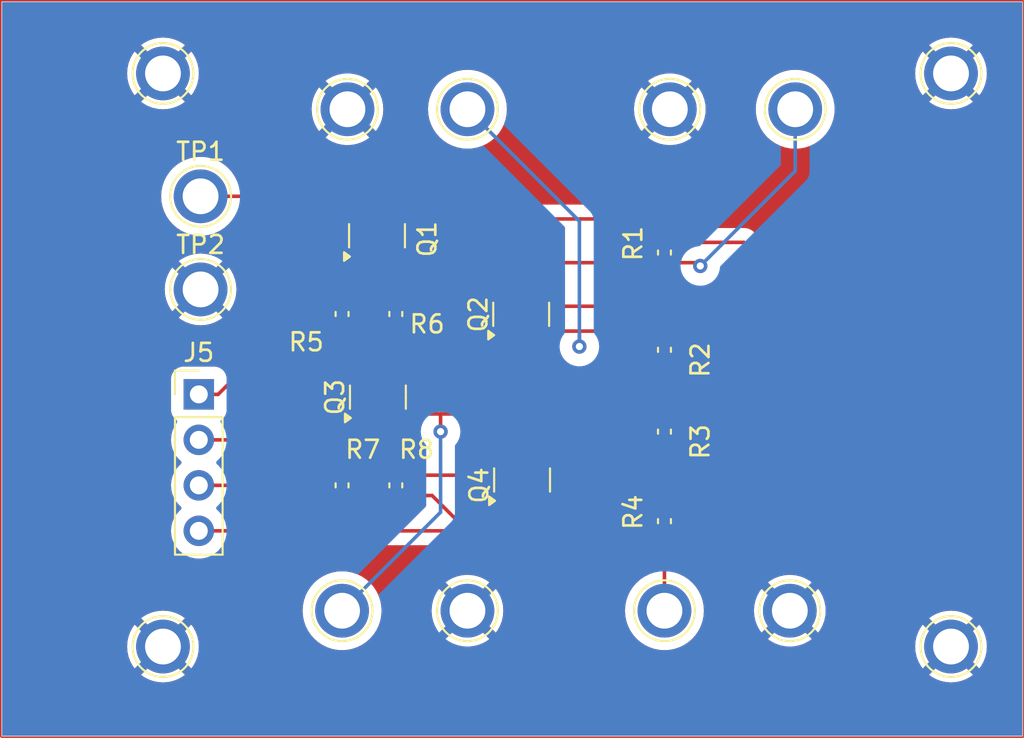
<source format=kicad_pcb>
(kicad_pcb (version 20240108) (generator "pcbnew") (generator_version "8.0")
  (layers (0 "F.Cu" signal) (31 "B.Cu" signal) (34 "B.Paste" user) (35 "F.Paste" user) (36 "B.SilkS" user "B.Silkscreen") (37 "F.SilkS" user "F.Silkscreen") (38 "B.Mask" user) (39 "F.Mask" user) (44 "Edge.Cuts" user))
  (net 0 "")
  (net 1 "Net-(J5-Pin_3)")
  (net 2 "Net-(J5-Pin_4)")
  (net 3 "Net-(J5-Pin_1)")
  (net 4 "Net-(J5-Pin_2)")
  (net 5 "+12V")
  (net 6 "Net-(Q1-S)")
  (net 7 "Net-(Q2-S)")
  (net 8 "Net-(Q3-S)")
  (net 9 "Net-(Q4-S)")
  (net 10 "GND")
  (footprint "Connector_PinHeader_2.54mm:PinHeader_1x04_P2.54mm_Vertical" (layer "F.Cu") (at 73 75.92)
    (property "Reference" "J5" (at 0 -2.33 0) (layer "F.SilkS"))
    (property "Value" "Conn_01x04_Pin" (hide yes))
    (fp_line (start -1.33 -1.33) (end 0 -1.33) (stroke (width 0.12)) (layer "F.SilkS"))
    (fp_line (start -1.33 0) (end -1.33 -1.33) (stroke (width 0.12)) (layer "F.SilkS"))
    (fp_line (start -1.33 1.27) (end -1.33 8.95) (stroke (width 0.12)) (layer "F.SilkS"))
    (fp_line (start -1.33 1.27) (end 1.33 1.27) (stroke (width 0.12)) (layer "F.SilkS"))
    (fp_line (start -1.33 8.95) (end 1.33 8.95) (stroke (width 0.12)) (layer "F.SilkS"))
    (fp_line (start 1.33 1.27) (end 1.33 8.95) (stroke (width 0.12)) (layer "F.SilkS"))
    (pad "1" thru_hole rect (at 0 0) (size 1.7 1.7) (drill 1) (layers "*.Cu" "*.Mask" "In1.Cu" "In2.Cu" "In3.Cu" "In4.Cu" "In5.Cu" "In6.Cu" "In7.Cu" "In8.Cu" "In9.Cu" "In10.Cu" "In11.Cu" "In12.Cu" "In13.Cu" "In14.Cu" "In15.Cu" "In16.Cu" "In17.Cu" "In18.Cu" "In19.Cu" "In20.Cu" "In21.Cu" "In22.Cu" "In23.Cu" "In24.Cu" "In25.Cu" "In26.Cu" "In27.Cu" "In28.Cu" "In29.Cu" "In30.Cu") (net 3 "Net-(J5-Pin_1)"))
    (pad "2" thru_hole oval (at 0 2.54) (size 1.7 1.7) (drill 1) (layers "*.Cu" "*.Mask" "In1.Cu" "In2.Cu" "In3.Cu" "In4.Cu" "In5.Cu" "In6.Cu" "In7.Cu" "In8.Cu" "In9.Cu" "In10.Cu" "In11.Cu" "In12.Cu" "In13.Cu" "In14.Cu" "In15.Cu" "In16.Cu" "In17.Cu" "In18.Cu" "In19.Cu" "In20.Cu" "In21.Cu" "In22.Cu" "In23.Cu" "In24.Cu" "In25.Cu" "In26.Cu" "In27.Cu" "In28.Cu" "In29.Cu" "In30.Cu") (net 4 "Net-(J5-Pin_2)"))
    (pad "3" thru_hole oval (at 0 5.08) (size 1.7 1.7) (drill 1) (layers "*.Cu" "*.Mask" "In1.Cu" "In2.Cu" "In3.Cu" "In4.Cu" "In5.Cu" "In6.Cu" "In7.Cu" "In8.Cu" "In9.Cu" "In10.Cu" "In11.Cu" "In12.Cu" "In13.Cu" "In14.Cu" "In15.Cu" "In16.Cu" "In17.Cu" "In18.Cu" "In19.Cu" "In20.Cu" "In21.Cu" "In22.Cu" "In23.Cu" "In24.Cu" "In25.Cu" "In26.Cu" "In27.Cu" "In28.Cu" "In29.Cu" "In30.Cu") (net 1 "Net-(J5-Pin_3)"))
    (pad "4" thru_hole oval (at 0 7.62) (size 1.7 1.7) (drill 1) (layers "*.Cu" "*.Mask" "In1.Cu" "In2.Cu" "In3.Cu" "In4.Cu" "In5.Cu" "In6.Cu" "In7.Cu" "In8.Cu" "In9.Cu" "In10.Cu" "In11.Cu" "In12.Cu" "In13.Cu" "In14.Cu" "In15.Cu" "In16.Cu" "In17.Cu" "In18.Cu" "In19.Cu" "In20.Cu" "In21.Cu" "In22.Cu" "In23.Cu" "In24.Cu" "In25.Cu" "In26.Cu" "In27.Cu" "In28.Cu" "In29.Cu" "In30.Cu") (net 2 "Net-(J5-Pin_4)"))
  )
  (footprint "Capacitor_SMD:C_0402_1005Metric_Pad0.74x0.62mm_HandSolder" (layer "F.Cu") (at 99 68 -90)
    (property "Reference" "R1" (at -0.5 1.75 90) (layer "F.SilkS"))
    (property "Value" "R" (hide yes))
    (fp_line (start -0.115835 0.36) (end 0.115835 0.36) (stroke (width 0.12)) (layer "F.SilkS"))
    (fp_line (start -0.115835 -0.36) (end 0.115835 -0.36) (stroke (width 0.12)) (layer "F.SilkS"))
    (pad "1" smd roundrect (at -0.5675 0 270) (size 0.735 0.62) (layers "F.Cu" "F.Paste" "F.Mask") (net 5 "+12V"))
    (pad "2" smd roundrect (at 0.5675 0 270) (size 0.735 0.62) (layers "F.Cu" "F.Paste" "F.Mask") (net 6 "Net-(Q1-S)"))
  )
  (footprint "TestPoint:TestPoint_Plated_Hole_D2.0mm" (layer "F.Cu") (at 106 88)
    (property "Reference" "TP10" (hide yes))
    (property "Value" "PSCD-L")
    (fp_circle (center 0 0) (end 0 -1.7) (stroke (width 0.12)) (fill none) (layer "F.SilkS"))
    (pad "1" thru_hole circle (at 0 0) (size 3 3) (drill 2) (layers "*.Cu" "*.Mask" "In1.Cu" "In2.Cu" "In3.Cu" "In4.Cu" "In5.Cu" "In6.Cu" "In7.Cu" "In8.Cu" "In9.Cu" "In10.Cu" "In11.Cu" "In12.Cu" "In13.Cu" "In14.Cu" "In15.Cu" "In16.Cu" "In17.Cu" "In18.Cu" "In19.Cu" "In20.Cu" "In21.Cu" "In22.Cu" "In23.Cu" "In24.Cu" "In25.Cu" "In26.Cu" "In27.Cu" "In28.Cu" "In29.Cu" "In30.Cu") (net 10 "GND"))
  )
  (footprint "Capacitor_SMD:C_0402_1005Metric_Pad0.74x0.62mm_HandSolder" (layer "F.Cu") (at 84 81 -90)
    (property "Reference" "R8" (at -2 -1.16 180) (layer "F.SilkS"))
    (property "Value" "R" (hide yes))
    (fp_line (start -0.115835 0.36) (end 0.115835 0.36) (stroke (width 0.12)) (layer "F.SilkS"))
    (fp_line (start -0.115835 -0.36) (end 0.115835 -0.36) (stroke (width 0.12)) (layer "F.SilkS"))
    (pad "1" smd roundrect (at -0.5675 0 270) (size 0.735 0.62) (layers "F.Cu" "F.Paste" "F.Mask") (net 5 "+12V"))
    (pad "2" smd roundrect (at 0.5675 0 270) (size 0.735 0.62) (layers "F.Cu" "F.Paste" "F.Mask") (net 2 "Net-(J5-Pin_4)"))
  )
  (footprint "TestPoint:TestPoint_Plated_Hole_D2.0mm" (layer "F.Cu") (at 88 88)
    (property "Reference" "TP9" (hide yes))
    (property "Value" "PSCC-L")
    (fp_circle (center 0 0) (end 0 -1.7) (stroke (width 0.12)) (fill none) (layer "F.SilkS"))
    (pad "1" thru_hole circle (at 0 0) (size 3 3) (drill 2) (layers "*.Cu" "*.Mask" "In1.Cu" "In2.Cu" "In3.Cu" "In4.Cu" "In5.Cu" "In6.Cu" "In7.Cu" "In8.Cu" "In9.Cu" "In10.Cu" "In11.Cu" "In12.Cu" "In13.Cu" "In14.Cu" "In15.Cu" "In16.Cu" "In17.Cu" "In18.Cu" "In19.Cu" "In20.Cu" "In21.Cu" "In22.Cu" "In23.Cu" "In24.Cu" "In25.Cu" "In26.Cu" "In27.Cu" "In28.Cu" "In29.Cu" "In30.Cu") (net 10 "GND"))
  )
  (footprint "TestPoint:TestPoint_Plated_Hole_D2.0mm" (layer "F.Cu") (at 71 58)
    (property "Reference" "TP2" (hide yes))
    (property "Value" "TestPoint" (hide yes))
    (fp_circle (center 0 0) (end 0 -1.7) (stroke (width 0.12)) (fill none) (layer "F.SilkS"))
    (pad "1" thru_hole circle (at 0 0) (size 3 3) (drill 2) (layers "*.Cu" "*.Mask" "In1.Cu" "In2.Cu" "In3.Cu" "In4.Cu" "In5.Cu" "In6.Cu" "In7.Cu" "In8.Cu" "In9.Cu" "In10.Cu" "In11.Cu" "In12.Cu" "In13.Cu" "In14.Cu" "In15.Cu" "In16.Cu" "In17.Cu" "In18.Cu" "In19.Cu" "In20.Cu" "In21.Cu" "In22.Cu" "In23.Cu" "In24.Cu" "In25.Cu" "In26.Cu" "In27.Cu" "In28.Cu" "In29.Cu" "In30.Cu") (net 10 "GND"))
  )
  (footprint "TestPoint:TestPoint_Plated_Hole_D2.0mm" (layer "F.Cu") (at 73.1 70.06)
    (property "Reference" "TP2" (at 0 -2.498 0) (layer "F.SilkS"))
    (property "Value" "TestPoint" (hide yes))
    (fp_circle (center 0 0) (end 0 -1.7) (stroke (width 0.12)) (fill none) (layer "F.SilkS"))
    (pad "1" thru_hole circle (at 0 0) (size 3 3) (drill 2) (layers "*.Cu" "*.Mask" "In1.Cu" "In2.Cu" "In3.Cu" "In4.Cu" "In5.Cu" "In6.Cu" "In7.Cu" "In8.Cu" "In9.Cu" "In10.Cu" "In11.Cu" "In12.Cu" "In13.Cu" "In14.Cu" "In15.Cu" "In16.Cu" "In17.Cu" "In18.Cu" "In19.Cu" "In20.Cu" "In21.Cu" "In22.Cu" "In23.Cu" "In24.Cu" "In25.Cu" "In26.Cu" "In27.Cu" "In28.Cu" "In29.Cu" "In30.Cu") (net 10 "GND"))
  )
  (footprint "Capacitor_SMD:C_0402_1005Metric_Pad0.74x0.62mm_HandSolder" (layer "F.Cu") (at 99 73.4325 -90)
    (property "Reference" "R2" (at 0.5675 -2 90) (layer "F.SilkS"))
    (property "Value" "R" (hide yes))
    (fp_line (start -0.115835 0.36) (end 0.115835 0.36) (stroke (width 0.12)) (layer "F.SilkS"))
    (fp_line (start -0.115835 -0.36) (end 0.115835 -0.36) (stroke (width 0.12)) (layer "F.SilkS"))
    (pad "1" smd roundrect (at -0.5675 0 270) (size 0.735 0.62) (layers "F.Cu" "F.Paste" "F.Mask") (net 5 "+12V"))
    (pad "2" smd roundrect (at 0.5675 0 270) (size 0.735 0.62) (layers "F.Cu" "F.Paste" "F.Mask") (net 7 "Net-(Q2-S)"))
  )
  (footprint "TestPoint:TestPoint_Plated_Hole_D2.0mm" (layer "F.Cu") (at 71 90)
    (property "Reference" "TP2" (hide yes))
    (property "Value" "TestPoint" (hide yes))
    (fp_circle (center 0 0) (end 0 -1.7) (stroke (width 0.12)) (fill none) (layer "F.SilkS"))
    (pad "1" thru_hole circle (at 0 0) (size 3 3) (drill 2) (layers "*.Cu" "*.Mask" "In1.Cu" "In2.Cu" "In3.Cu" "In4.Cu" "In5.Cu" "In6.Cu" "In7.Cu" "In8.Cu" "In9.Cu" "In10.Cu" "In11.Cu" "In12.Cu" "In13.Cu" "In14.Cu" "In15.Cu" "In16.Cu" "In17.Cu" "In18.Cu" "In19.Cu" "In20.Cu" "In21.Cu" "In22.Cu" "In23.Cu" "In24.Cu" "In25.Cu" "In26.Cu" "In27.Cu" "In28.Cu" "In29.Cu" "In30.Cu") (net 10 "GND"))
  )
  (footprint "Capacitor_SMD:C_0402_1005Metric_Pad0.74x0.62mm_HandSolder" (layer "F.Cu") (at 99 78 -90)
    (property "Reference" "R3" (at 0.5675 -2 90) (layer "F.SilkS"))
    (property "Value" "R" (hide yes))
    (fp_line (start -0.115835 0.36) (end 0.115835 0.36) (stroke (width 0.12)) (layer "F.SilkS"))
    (fp_line (start -0.115835 -0.36) (end 0.115835 -0.36) (stroke (width 0.12)) (layer "F.SilkS"))
    (pad "1" smd roundrect (at -0.5675 0 270) (size 0.735 0.62) (layers "F.Cu" "F.Paste" "F.Mask") (net 5 "+12V"))
    (pad "2" smd roundrect (at 0.5675 0 270) (size 0.735 0.62) (layers "F.Cu" "F.Paste" "F.Mask") (net 8 "Net-(Q3-S)"))
  )
  (footprint "TestPoint:TestPoint_Plated_Hole_D2.0mm" (layer "F.Cu") (at 81.3 60 180)
    (property "Reference" "TP8" (hide yes))
    (property "Value" "PSCB-L")
    (fp_circle (center 0 0) (end 0 -1.7) (stroke (width 0.12)) (fill none) (layer "F.SilkS"))
    (pad "1" thru_hole circle (at 0 0 180) (size 3 3) (drill 2) (layers "*.Cu" "*.Mask" "In1.Cu" "In2.Cu" "In3.Cu" "In4.Cu" "In5.Cu" "In6.Cu" "In7.Cu" "In8.Cu" "In9.Cu" "In10.Cu" "In11.Cu" "In12.Cu" "In13.Cu" "In14.Cu" "In15.Cu" "In16.Cu" "In17.Cu" "In18.Cu" "In19.Cu" "In20.Cu" "In21.Cu" "In22.Cu" "In23.Cu" "In24.Cu" "In25.Cu" "In26.Cu" "In27.Cu" "In28.Cu" "In29.Cu" "In30.Cu") (net 10 "GND"))
  )
  (footprint "TestPoint:TestPoint_Plated_Hole_D2.0mm" (layer "F.Cu") (at 88 60 180)
    (property "Reference" "TP4" (hide yes))
    (property "Value" "PSCB-H")
    (fp_circle (center 0 0) (end 0 -1.7) (stroke (width 0.12)) (fill none) (layer "F.SilkS"))
    (pad "1" thru_hole circle (at 0 0 180) (size 3 3) (drill 2) (layers "*.Cu" "*.Mask" "In1.Cu" "In2.Cu" "In3.Cu" "In4.Cu" "In5.Cu" "In6.Cu" "In7.Cu" "In8.Cu" "In9.Cu" "In10.Cu" "In11.Cu" "In12.Cu" "In13.Cu" "In14.Cu" "In15.Cu" "In16.Cu" "In17.Cu" "In18.Cu" "In19.Cu" "In20.Cu" "In21.Cu" "In22.Cu" "In23.Cu" "In24.Cu" "In25.Cu" "In26.Cu" "In27.Cu" "In28.Cu" "In29.Cu" "In30.Cu") (net 7 "Net-(Q2-S)"))
  )
  (footprint "Capacitor_SMD:C_0402_1005Metric_Pad0.74x0.62mm_HandSolder" (layer "F.Cu") (at 99 83 -90)
    (property "Reference" "R4" (at -0.5 1.75 90) (layer "F.SilkS"))
    (property "Value" "R" (hide yes))
    (fp_line (start -0.115835 0.36) (end 0.115835 0.36) (stroke (width 0.12)) (layer "F.SilkS"))
    (fp_line (start -0.115835 -0.36) (end 0.115835 -0.36) (stroke (width 0.12)) (layer "F.SilkS"))
    (pad "1" smd roundrect (at -0.5675 0 270) (size 0.735 0.62) (layers "F.Cu" "F.Paste" "F.Mask") (net 5 "+12V"))
    (pad "2" smd roundrect (at 0.5675 0 270) (size 0.735 0.62) (layers "F.Cu" "F.Paste" "F.Mask") (net 9 "Net-(Q4-S)"))
  )
  (footprint "TestPoint:TestPoint_Plated_Hole_D2.0mm" (layer "F.Cu") (at 99.3 60 180)
    (property "Reference" "TP7" (hide yes))
    (property "Value" "PSCA-L")
    (fp_circle (center 0 0) (end 0 -1.7) (stroke (width 0.12)) (fill none) (layer "F.SilkS"))
    (pad "1" thru_hole circle (at 0 0 180) (size 3 3) (drill 2) (layers "*.Cu" "*.Mask" "In1.Cu" "In2.Cu" "In3.Cu" "In4.Cu" "In5.Cu" "In6.Cu" "In7.Cu" "In8.Cu" "In9.Cu" "In10.Cu" "In11.Cu" "In12.Cu" "In13.Cu" "In14.Cu" "In15.Cu" "In16.Cu" "In17.Cu" "In18.Cu" "In19.Cu" "In20.Cu" "In21.Cu" "In22.Cu" "In23.Cu" "In24.Cu" "In25.Cu" "In26.Cu" "In27.Cu" "In28.Cu" "In29.Cu" "In30.Cu") (net 10 "GND"))
  )
  (footprint "TestPoint:TestPoint_Plated_Hole_D2.0mm" (layer "F.Cu") (at 115 58)
    (property "Reference" "TP2" (hide yes))
    (property "Value" "TestPoint" (hide yes))
    (fp_circle (center 0 0) (end 0 -1.7) (stroke (width 0.12)) (fill none) (layer "F.SilkS"))
    (pad "1" thru_hole circle (at 0 0) (size 3 3) (drill 2) (layers "*.Cu" "*.Mask" "In1.Cu" "In2.Cu" "In3.Cu" "In4.Cu" "In5.Cu" "In6.Cu" "In7.Cu" "In8.Cu" "In9.Cu" "In10.Cu" "In11.Cu" "In12.Cu" "In13.Cu" "In14.Cu" "In15.Cu" "In16.Cu" "In17.Cu" "In18.Cu" "In19.Cu" "In20.Cu" "In21.Cu" "In22.Cu" "In23.Cu" "In24.Cu" "In25.Cu" "In26.Cu" "In27.Cu" "In28.Cu" "In29.Cu" "In30.Cu") (net 10 "GND"))
  )
  (footprint "TestPoint:TestPoint_Plated_Hole_D2.0mm" (layer "F.Cu") (at 99 88)
    (property "Reference" "TP6" (hide yes))
    (property "Value" "PSCD-H")
    (fp_circle (center 0 0) (end 0 -1.7) (stroke (width 0.12)) (fill none) (layer "F.SilkS"))
    (pad "1" thru_hole circle (at 0 0) (size 3 3) (drill 2) (layers "*.Cu" "*.Mask" "In1.Cu" "In2.Cu" "In3.Cu" "In4.Cu" "In5.Cu" "In6.Cu" "In7.Cu" "In8.Cu" "In9.Cu" "In10.Cu" "In11.Cu" "In12.Cu" "In13.Cu" "In14.Cu" "In15.Cu" "In16.Cu" "In17.Cu" "In18.Cu" "In19.Cu" "In20.Cu" "In21.Cu" "In22.Cu" "In23.Cu" "In24.Cu" "In25.Cu" "In26.Cu" "In27.Cu" "In28.Cu" "In29.Cu" "In30.Cu") (net 9 "Net-(Q4-S)"))
  )
  (footprint "TestPoint:TestPoint_Plated_Hole_D2.0mm" (layer "F.Cu") (at 106.3 60 180)
    (property "Reference" "TP3" (hide yes))
    (property "Value" "PSCA-H")
    (fp_circle (center 0 0) (end 0 -1.7) (stroke (width 0.12)) (fill none) (layer "F.SilkS"))
    (pad "1" thru_hole circle (at 0 0 180) (size 3 3) (drill 2) (layers "*.Cu" "*.Mask" "In1.Cu" "In2.Cu" "In3.Cu" "In4.Cu" "In5.Cu" "In6.Cu" "In7.Cu" "In8.Cu" "In9.Cu" "In10.Cu" "In11.Cu" "In12.Cu" "In13.Cu" "In14.Cu" "In15.Cu" "In16.Cu" "In17.Cu" "In18.Cu" "In19.Cu" "In20.Cu" "In21.Cu" "In22.Cu" "In23.Cu" "In24.Cu" "In25.Cu" "In26.Cu" "In27.Cu" "In28.Cu" "In29.Cu" "In30.Cu") (net 6 "Net-(Q1-S)"))
  )
  (footprint "Package_TO_SOT_SMD:SOT-23" (layer "F.Cu") (at 83 76.075 90)
    (property "Reference" "Q3" (at 0 -2.4 90) (layer "F.SilkS"))
    (property "Value" "IRLML5203" (hide yes))
    (fp_line (start 0 -1.56) (end 0.65 -1.56) (stroke (width 0.12)) (layer "F.SilkS"))
    (fp_line (start 0 -1.56) (end -0.65 -1.56) (stroke (width 0.12)) (layer "F.SilkS"))
    (fp_line (start 0 1.56) (end 0.65 1.56) (stroke (width 0.12)) (layer "F.SilkS"))
    (fp_line (start 0 1.56) (end -0.65 1.56) (stroke (width 0.12)) (layer "F.SilkS"))
    (fp_poly (pts (xy -1.1625 -1.51) (xy -1.4025 -1.84) (xy -0.9225 -1.84) (xy -1.1625 -1.51)) (stroke (width 0.12)) (fill solid) (layer "F.SilkS"))
    (pad "1" smd roundrect (at -0.9375 -0.95 90) (size 1.475 0.6) (layers "F.Cu" "F.Paste" "F.Mask") (net 1 "Net-(J5-Pin_3)"))
    (pad "2" smd roundrect (at -0.9375 0.95 90) (size 1.475 0.6) (layers "F.Cu" "F.Paste" "F.Mask") (net 8 "Net-(Q3-S)"))
    (pad "3" smd roundrect (at 0.9375 0 90) (size 1.475 0.6) (layers "F.Cu" "F.Paste" "F.Mask") (net 5 "+12V"))
  )
  (footprint "Package_TO_SOT_SMD:SOT-23" (layer "F.Cu") (at 91 71.45 90)
    (property "Reference" "Q2" (at 0 -2.4 90) (layer "F.SilkS"))
    (property "Value" "IRLML5203" (hide yes))
    (fp_line (start 0 -1.56) (end 0.65 -1.56) (stroke (width 0.12)) (layer "F.SilkS"))
    (fp_line (start 0 -1.56) (end -0.65 -1.56) (stroke (width 0.12)) (layer "F.SilkS"))
    (fp_line (start 0 1.56) (end 0.65 1.56) (stroke (width 0.12)) (layer "F.SilkS"))
    (fp_line (start 0 1.56) (end -0.65 1.56) (stroke (width 0.12)) (layer "F.SilkS"))
    (fp_poly (pts (xy -1.1625 -1.51) (xy -1.4025 -1.84) (xy -0.9225 -1.84) (xy -1.1625 -1.51)) (stroke (width 0.12)) (fill solid) (layer "F.SilkS"))
    (pad "1" smd roundrect (at -0.9375 -0.95 90) (size 1.475 0.6) (layers "F.Cu" "F.Paste" "F.Mask") (net 4 "Net-(J5-Pin_2)"))
    (pad "2" smd roundrect (at -0.9375 0.95 90) (size 1.475 0.6) (layers "F.Cu" "F.Paste" "F.Mask") (net 7 "Net-(Q2-S)"))
    (pad "3" smd roundrect (at 0.9375 0 90) (size 1.475 0.6) (layers "F.Cu" "F.Paste" "F.Mask") (net 5 "+12V"))
  )
  (footprint "Capacitor_SMD:C_0402_1005Metric_Pad0.74x0.62mm_HandSolder" (layer "F.Cu") (at 81 71.4325 -90)
    (property "Reference" "R5" (at 1.5675 2 180) (layer "F.SilkS"))
    (property "Value" "R" (hide yes))
    (fp_line (start -0.115835 0.36) (end 0.115835 0.36) (stroke (width 0.12)) (layer "F.SilkS"))
    (fp_line (start -0.115835 -0.36) (end 0.115835 -0.36) (stroke (width 0.12)) (layer "F.SilkS"))
    (pad "1" smd roundrect (at -0.5675 0 270) (size 0.735 0.62) (layers "F.Cu" "F.Paste" "F.Mask") (net 5 "+12V"))
    (pad "2" smd roundrect (at 0.5675 0 270) (size 0.735 0.62) (layers "F.Cu" "F.Paste" "F.Mask") (net 3 "Net-(J5-Pin_1)"))
  )
  (footprint "TestPoint:TestPoint_Plated_Hole_D2.0mm" (layer "F.Cu") (at 73.1 64.86)
    (property "Reference" "TP1" (at 0 -2.498 0) (layer "F.SilkS"))
    (property "Value" "TestPoint" (hide yes))
    (fp_circle (center 0 0) (end 0 -1.7) (stroke (width 0.12)) (fill none) (layer "F.SilkS"))
    (pad "1" thru_hole circle (at 0 0) (size 3 3) (drill 2) (layers "*.Cu" "*.Mask" "In1.Cu" "In2.Cu" "In3.Cu" "In4.Cu" "In5.Cu" "In6.Cu" "In7.Cu" "In8.Cu" "In9.Cu" "In10.Cu" "In11.Cu" "In12.Cu" "In13.Cu" "In14.Cu" "In15.Cu" "In16.Cu" "In17.Cu" "In18.Cu" "In19.Cu" "In20.Cu" "In21.Cu" "In22.Cu" "In23.Cu" "In24.Cu" "In25.Cu" "In26.Cu" "In27.Cu" "In28.Cu" "In29.Cu" "In30.Cu") (net 5 "+12V"))
  )
  (footprint "Package_TO_SOT_SMD:SOT-23" (layer "F.Cu") (at 91.05 80.7 90)
    (property "Reference" "Q4" (at -0.3 -2.4 90) (layer "F.SilkS"))
    (property "Value" "IRLML5203" (hide yes))
    (fp_line (start 0 -1.56) (end 0.65 -1.56) (stroke (width 0.12)) (layer "F.SilkS"))
    (fp_line (start 0 -1.56) (end -0.65 -1.56) (stroke (width 0.12)) (layer "F.SilkS"))
    (fp_line (start 0 1.56) (end 0.65 1.56) (stroke (width 0.12)) (layer "F.SilkS"))
    (fp_line (start 0 1.56) (end -0.65 1.56) (stroke (width 0.12)) (layer "F.SilkS"))
    (fp_poly (pts (xy -1.1625 -1.51) (xy -1.4025 -1.84) (xy -0.9225 -1.84) (xy -1.1625 -1.51)) (stroke (width 0.12)) (fill solid) (layer "F.SilkS"))
    (pad "1" smd roundrect (at -0.9375 -0.95 90) (size 1.475 0.6) (layers "F.Cu" "F.Paste" "F.Mask") (net 2 "Net-(J5-Pin_4)"))
    (pad "2" smd roundrect (at -0.9375 0.95 90) (size 1.475 0.6) (layers "F.Cu" "F.Paste" "F.Mask") (net 9 "Net-(Q4-S)"))
    (pad "3" smd roundrect (at 0.9375 0 90) (size 1.475 0.6) (layers "F.Cu" "F.Paste" "F.Mask") (net 5 "+12V"))
  )
  (footprint "Package_TO_SOT_SMD:SOT-23" (layer "F.Cu") (at 82.95 67.0625 90)
    (property "Reference" "Q1" (at -0.1875 2.8 90) (layer "F.SilkS"))
    (property "Value" "IRLML5203" (hide yes))
    (fp_line (start 0 -1.56) (end 0.65 -1.56) (stroke (width 0.12)) (layer "F.SilkS"))
    (fp_line (start 0 -1.56) (end -0.65 -1.56) (stroke (width 0.12)) (layer "F.SilkS"))
    (fp_line (start 0 1.56) (end 0.65 1.56) (stroke (width 0.12)) (layer "F.SilkS"))
    (fp_line (start 0 1.56) (end -0.65 1.56) (stroke (width 0.12)) (layer "F.SilkS"))
    (fp_poly (pts (xy -1.1625 -1.51) (xy -1.4025 -1.84) (xy -0.9225 -1.84) (xy -1.1625 -1.51)) (stroke (width 0.12)) (fill solid) (layer "F.SilkS"))
    (pad "1" smd roundrect (at -0.9375 -0.95 90) (size 1.475 0.6) (layers "F.Cu" "F.Paste" "F.Mask") (net 3 "Net-(J5-Pin_1)"))
    (pad "2" smd roundrect (at -0.9375 0.95 90) (size 1.475 0.6) (layers "F.Cu" "F.Paste" "F.Mask") (net 6 "Net-(Q1-S)"))
    (pad "3" smd roundrect (at 0.9375 0 90) (size 1.475 0.6) (layers "F.Cu" "F.Paste" "F.Mask") (net 5 "+12V"))
  )
  (footprint "Capacitor_SMD:C_0402_1005Metric_Pad0.74x0.62mm_HandSolder" (layer "F.Cu") (at 81 81 -90)
    (property "Reference" "R7" (at -2 -1.16 180) (layer "F.SilkS"))
    (property "Value" "R" (hide yes))
    (fp_line (start -0.115835 0.36) (end 0.115835 0.36) (stroke (width 0.12)) (layer "F.SilkS"))
    (fp_line (start -0.115835 -0.36) (end 0.115835 -0.36) (stroke (width 0.12)) (layer "F.SilkS"))
    (pad "1" smd roundrect (at -0.5675 0 270) (size 0.735 0.62) (layers "F.Cu" "F.Paste" "F.Mask") (net 5 "+12V"))
    (pad "2" smd roundrect (at 0.5675 0 270) (size 0.735 0.62) (layers "F.Cu" "F.Paste" "F.Mask") (net 1 "Net-(J5-Pin_3)"))
  )
  (footprint "Capacitor_SMD:C_0402_1005Metric_Pad0.74x0.62mm_HandSolder" (layer "F.Cu") (at 84 71.4325 -90)
    (property "Reference" "R6" (at 0.5675 -1.75 180) (layer "F.SilkS"))
    (property "Value" "R" (hide yes))
    (fp_line (start -0.115835 0.36) (end 0.115835 0.36) (stroke (width 0.12)) (layer "F.SilkS"))
    (fp_line (start -0.115835 -0.36) (end 0.115835 -0.36) (stroke (width 0.12)) (layer "F.SilkS"))
    (pad "1" smd roundrect (at -0.5675 0 270) (size 0.735 0.62) (layers "F.Cu" "F.Paste" "F.Mask") (net 5 "+12V"))
    (pad "2" smd roundrect (at 0.5675 0 270) (size 0.735 0.62) (layers "F.Cu" "F.Paste" "F.Mask") (net 4 "Net-(J5-Pin_2)"))
  )
  (footprint "TestPoint:TestPoint_Plated_Hole_D2.0mm" (layer "F.Cu") (at 115 90)
    (property "Reference" "TP2" (hide yes))
    (property "Value" "TestPoint" (hide yes))
    (fp_circle (center 0 0) (end 0 -1.7) (stroke (width 0.12)) (fill none) (layer "F.SilkS"))
    (pad "" thru_hole circle (at 0 0) (size 3 3) (drill 2) (layers "*.Cu" "*.Mask" "In1.Cu" "In2.Cu" "In3.Cu" "In4.Cu" "In5.Cu" "In6.Cu" "In7.Cu" "In8.Cu" "In9.Cu" "In10.Cu" "In11.Cu" "In12.Cu" "In13.Cu" "In14.Cu" "In15.Cu" "In16.Cu" "In17.Cu" "In18.Cu" "In19.Cu" "In20.Cu" "In21.Cu" "In22.Cu" "In23.Cu" "In24.Cu" "In25.Cu" "In26.Cu" "In27.Cu" "In28.Cu" "In29.Cu" "In30.Cu") (net 10 "GND"))
  )
  (footprint "TestPoint:TestPoint_Plated_Hole_D2.0mm" (layer "F.Cu") (at 81 88)
    (property "Reference" "TP5" (hide yes))
    (property "Value" "PSCC-H")
    (fp_circle (center 0 0) (end 0 -1.7) (stroke (width 0.12)) (fill none) (layer "F.SilkS"))
    (pad "1" thru_hole circle (at 0 0) (size 3 3) (drill 2) (layers "*.Cu" "*.Mask" "In1.Cu" "In2.Cu" "In3.Cu" "In4.Cu" "In5.Cu" "In6.Cu" "In7.Cu" "In8.Cu" "In9.Cu" "In10.Cu" "In11.Cu" "In12.Cu" "In13.Cu" "In14.Cu" "In15.Cu" "In16.Cu" "In17.Cu" "In18.Cu" "In19.Cu" "In20.Cu" "In21.Cu" "In22.Cu" "In23.Cu" "In24.Cu" "In25.Cu" "In26.Cu" "In27.Cu" "In28.Cu" "In29.Cu" "In30.Cu") (net 8 "Net-(Q3-S)"))
  )
  (gr_rect (start 62 54) (end 119 95) (stroke (width 0.2)) (fill none) (layer "F.Cu"))
  (gr_rect (start 62 54) (end 119 95) (stroke (width 0.05)) (fill none) (layer "Edge.Cuts"))
  (gr_text "GND" (at 64 71 0) (layer "F.Cu") (effects (font (size 1.5 1.5) (thickness 0.3) (bold yes)) (justify left bottom)))
  (gr_text "  NDR580 Test\nPasternack Proxy" (at 114.75 83.25 90) (layer "F.Cu") (effects (font (size 1.5 1.5) (thickness 0.3) (bold yes)) (justify left bottom)))
  (gr_text "A\nB\nC\nD" (at 65 84 0) (layer "F.Cu") (effects (font (size 1.5 1.5) (thickness 0.3) (bold yes)) (justify left bottom)))
  (gr_text "12V" (at 64 66 0) (layer "F.Cu") (effects (font (size 1.5 1.5) (thickness 0.3) (bold yes)) (justify left bottom)))
  (segment (start 78.63 81.5675) (end 78.0625 81) (width 0.2) (layer "F.Cu") (net 1))
  (segment (start 73 81) (end 78.0625 81) (width 0.2) (layer "F.Cu") (net 1))
  (segment (start 78.0625 81) (end 82.05 77.0125) (width 0.2) (layer "F.Cu") (net 1))
  (segment (start 81 81.5675) (end 78.63 81.5675) (width 0.2) (layer "F.Cu") (net 1))
  (segment (start 84 81.5675) (end 86.0275 81.5675) (width 0.2) (layer "F.Cu") (net 2))
  (segment (start 88 83.54) (end 73 83.54) (width 0.2) (layer "F.Cu") (net 2))
  (segment (start 88.1975 83.54) (end 88 83.54) (width 0.2) (layer "F.Cu") (net 2))
  (segment (start 86.0275 81.5675) (end 88 83.54) (width 0.2) (layer "F.Cu") (net 2))
  (segment (start 90.1 81.6375) (end 88.1975 83.54) (width 0.2) (layer "F.Cu") (net 2))
  (segment (start 73 75.92) (end 74.08 75.92) (width 0.2) (layer "F.Cu") (net 3))
  (segment (start 80 72) (end 79 71) (width 0.2) (layer "F.Cu") (net 3))
  (segment (start 74.08 75.92) (end 79 71) (width 0.2) (layer "F.Cu") (net 3))
  (segment (start 81 72) (end 80 72) (width 0.2) (layer "F.Cu") (net 3))
  (segment (start 79 71) (end 82 68) (width 0.2) (layer "F.Cu") (net 3))
  (segment (start 84 73) (end 89.4375 73) (width 0.2) (layer "F.Cu") (net 4))
  (segment (start 84 72) (end 84 73) (width 0.2) (layer "F.Cu") (net 4))
  (segment (start 73 78.46) (end 75.54 78.46) (width 0.2) (layer "F.Cu") (net 4))
  (segment (start 81 73) (end 84 73) (width 0.2) (layer "F.Cu") (net 4))
  (segment (start 89.4375 73) (end 90.05 72.3875) (width 0.2) (layer "F.Cu") (net 4))
  (segment (start 75.54 78.46) (end 81 73) (width 0.2) (layer "F.Cu") (net 4))
  (segment (start 82.95 66.125) (end 97.6925 66.125) (width 0.2) (layer "F.Cu") (net 5))
  (segment (start 84 80.4325) (end 87.5675 80.4325) (width 0.2) (layer "F.Cu") (net 5))
  (segment (start 84 70.865) (end 86.135 70.865) (width 0.2) (layer "F.Cu") (net 5))
  (segment (start 91.05 79.7625) (end 96.33 79.7625) (width 0.2) (layer "F.Cu") (net 5))
  (segment (start 99 72.865) (end 105.865 72.865) (width 0.2) (layer "F.Cu") (net 5))
  (segment (start 91.4875 71) (end 106 71) (width 0.2) (layer "F.Cu") (net 5))
  (segment (start 106 79) (end 102.5675 82.4325) (width 0.2) (layer "F.Cu") (net 5))
  (segment (start 105.8625 75.1375) (end 106 75) (width 0.2) (layer "F.Cu") (net 5))
  (segment (start 86.135 70.865) (end 87 70) (width 0.2) (layer "F.Cu") (net 5))
  (segment (start 73.1 64.86) (end 81.685 64.86) (width 0.2) (layer "F.Cu") (net 5))
  (segment (start 99 77.4325) (end 105.5675 77.4325) (width 0.2) (layer "F.Cu") (net 5))
  (segment (start 83 75.1375) (end 105.8625 75.1375) (width 0.2) (layer "F.Cu") (net 5))
  (segment (start 106 77) (end 106 79) (width 0.2) (layer "F.Cu") (net 5))
  (segment (start 105.865 72.865) (end 106 73) (width 0.2) (layer "F.Cu") (net 5))
  (segment (start 90.4875 70) (end 91 70.5125) (width 0.2) (layer "F.Cu") (net 5))
  (segment (start 81.685 64.86) (end 82.95 66.125) (width 0.2) (layer "F.Cu") (net 5))
  (segment (start 88.2375 79.7625) (end 91.05 79.7625) (width 0.2) (layer "F.Cu") (net 5))
  (segment (start 106 70) (end 106 71) (width 0.2) (layer "F.Cu") (net 5))
  (segment (start 97.6925 66.125) (end 99 67.4325) (width 0.2) (layer "F.Cu") (net 5))
  (segment (start 81 70.865) (end 84 70.865) (width 0.2) (layer "F.Cu") (net 5))
  (segment (start 81 80.4325) (end 84 80.4325) (width 0.2) (layer "F.Cu") (net 5))
  (segment (start 106 71) (end 106 73) (width 0.2) (layer "F.Cu") (net 5))
  (segment (start 103.4325 67.4325) (end 106 70) (width 0.2) (layer "F.Cu") (net 5))
  (segment (start 99 67.4325) (end 103.4325 67.4325) (width 0.2) (layer "F.Cu") (net 5))
  (segment (start 105.5675 77.4325) (end 106 77) (width 0.2) (layer "F.Cu") (net 5))
  (segment (start 91 70.5125) (end 91.4875 71) (width 0.2) (layer "F.Cu") (net 5))
  (segment (start 102.5675 82.4325) (end 99 82.4325) (width 0.2) (layer "F.Cu") (net 5))
  (segment (start 96.33 79.7625) (end 99 82.4325) (width 0.2) (layer "F.Cu") (net 5))
  (segment (start 106 73) (end 106 75) (width 0.2) (layer "F.Cu") (net 5))
  (segment (start 87.5675 80.4325) (end 88.2375 79.7625) (width 0.2) (layer "F.Cu") (net 5))
  (segment (start 106 75) (end 106 77) (width 0.2) (layer "F.Cu") (net 5))
  (segment (start 87 70) (end 90.4875 70) (width 0.2) (layer "F.Cu") (net 5))
  (segment (start 84.4675 68.5675) (end 99 68.5675) (width 0.2) (layer "F.Cu") (net 6))
  (segment (start 83.9 68) (end 84.4675 68.5675) (width 0.2) (layer "F.Cu") (net 6))
  (segment (start 101 68.75) (end 100.8175 68.5675) (width 0.2) (layer "F.Cu") (net 6))
  (segment (start 100.8175 68.5675) (end 99 68.5675) (width 0.2) (layer "F.Cu") (net 6))
  (via (at 101 68.75) (size 0.8) (drill 0.4) (layers "F.Cu" "B.Cu") (net 6))
  (segment (start 106.3 63.45) (end 101 68.75) (width 0.2) (layer "B.Cu") (net 6))
  (segment (start 106.3 60) (end 106.3 63.45) (width 0.2) (layer "B.Cu") (net 6))
  (segment (start 98 74) (end 99 74) (width 0.2) (layer "F.Cu") (net 7))
  (segment (start 94.25 73.25) (end 94.25 72.5) (width 0.2) (layer "F.Cu") (net 7))
  (segment (start 91.95 72.3875) (end 96.3875 72.3875) (width 0.2) (layer "F.Cu") (net 7))
  (segment (start 96.3875 72.3875) (end 98 74) (width 0.2) (layer "F.Cu") (net 7))
  (via (at 94.25 73.25) (size 0.8) (drill 0.4) (layers "F.Cu" "B.Cu") (net 7))
  (segment (start 94.25 66.25) (end 94.25 73.25) (width 0.2) (layer "B.Cu") (net 7))
  (segment (start 88 60) (end 94.25 66.25) (width 0.2) (layer "B.Cu") (net 7))
  (segment (start 86.5 77.0125) (end 83.95 77.0125) (width 0.2) (layer "F.Cu") (net 8))
  (segment (start 86.5 78) (end 86.5 77.0125) (width 0.2) (layer "F.Cu") (net 8))
  (segment (start 98.4325 78.5675) (end 96.8775 77.0125) (width 0.2) (layer "F.Cu") (net 8))
  (segment (start 96.8775 77.0125) (end 86.5 77.0125) (width 0.2) (layer "F.Cu") (net 8))
  (segment (start 99 78.5675) (end 98.4325 78.5675) (width 0.2) (layer "F.Cu") (net 8))
  (via (at 86.5 78) (size 0.8) (drill 0.4) (layers "F.Cu" "B.Cu") (net 8))
  (segment (start 81 88) (end 86.5 82.5) (width 0.2) (layer "B.Cu") (net 8))
  (segment (start 86.5 82.5) (end 86.5 78) (width 0.2) (layer "B.Cu") (net 8))
  (segment (start 92 81.6375) (end 93.93 83.5675) (width 0.2) (layer "F.Cu") (net 9))
  (segment (start 93.93 83.5675) (end 99 83.5675) (width 0.2) (layer "F.Cu") (net 9))
  (segment (start 99 83.5675) (end 99 88) (width 0.2) (layer "F.Cu") (net 9))
  (zone (net 0) (net_name "") (layer "F.Cu") (connect_pads (clearance 0)) (min_thickness 0.25)
    (keepout (tracks allowed) (vias allowed) (pads allowed) (copperpour not_allowed) (footprints allowed))
    (fill (thermal_gap 0.5) (thermal_bridge_width 0.5))
    (polygon (pts (xy 110.5 55.25) (xy 77.5 55.25) (xy 77.5 57.5) (xy 110.5 57.5)))
  )
  (zone (net 0) (net_name "") (layer "F.Cu") (connect_pads (clearance 0)) (min_thickness 0.25)
    (keepout (tracks allowed) (vias allowed) (pads allowed) (copperpour not_allowed) (footprints allowed))
    (fill (thermal_gap 0.5) (thermal_bridge_width 0.5))
    (polygon (pts (xy 70 61) (xy 63 61) (xy 63 86) (xy 70 86)))
  )
  (zone (net 0) (net_name "") (layer "F.Cu") (connect_pads (clearance 0)) (min_thickness 0.25)
    (keepout (tracks allowed) (vias allowed) (pads allowed) (copperpour not_allowed) (footprints allowed))
    (fill (thermal_gap 0.5) (thermal_bridge_width 0.5))
    (polygon (pts (xy 116 62.5) (xy 109.75 62.5) (xy 109.75 85.25) (xy 116 85.25)))
  )
  (zone (net 0) (net_name "") (layer "F.Cu") (connect_pads (clearance 0)) (min_thickness 0.25)
    (keepout (tracks allowed) (vias allowed) (pads allowed) (copperpour not_allowed) (footprints allowed))
    (fill (thermal_gap 0.5) (thermal_bridge_width 0.5))
    (polygon (pts (xy 109.75 90.75) (xy 77 90.75) (xy 77 93.5) (xy 109.75 93.5)))
  )
  (zone (net 10) (net_name "GND") (layers "F.Cu" "B.Cu") (connect_pads (clearance 0.7)) (min_thickness 0.25) (fill yes (thermal_gap 0.5) (thermal_bridge_width 0.5))
    (polygon (pts (xy 119 54) (xy 62 54) (xy 62 95) (xy 119 95)))
  )
)
</source>
